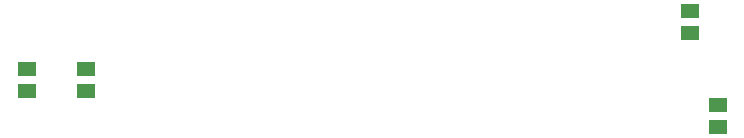
<source format=gbl>
G04 EAGLE Gerber RS-274X export*
G75*
%MOMM*%
%FSLAX34Y34*%
%LPD*%
%INSolderpaste Bottom*%
%IPPOS*%
%AMOC8*
5,1,8,0,0,1.08239X$1,22.5*%
G01*
%ADD10R,1.500000X1.300000*%


D10*
X615000Y349000D03*
X615000Y330000D03*
X592000Y409500D03*
X592000Y428500D03*
X30000Y360500D03*
X30000Y379500D03*
X80000Y360500D03*
X80000Y379500D03*
M02*

</source>
